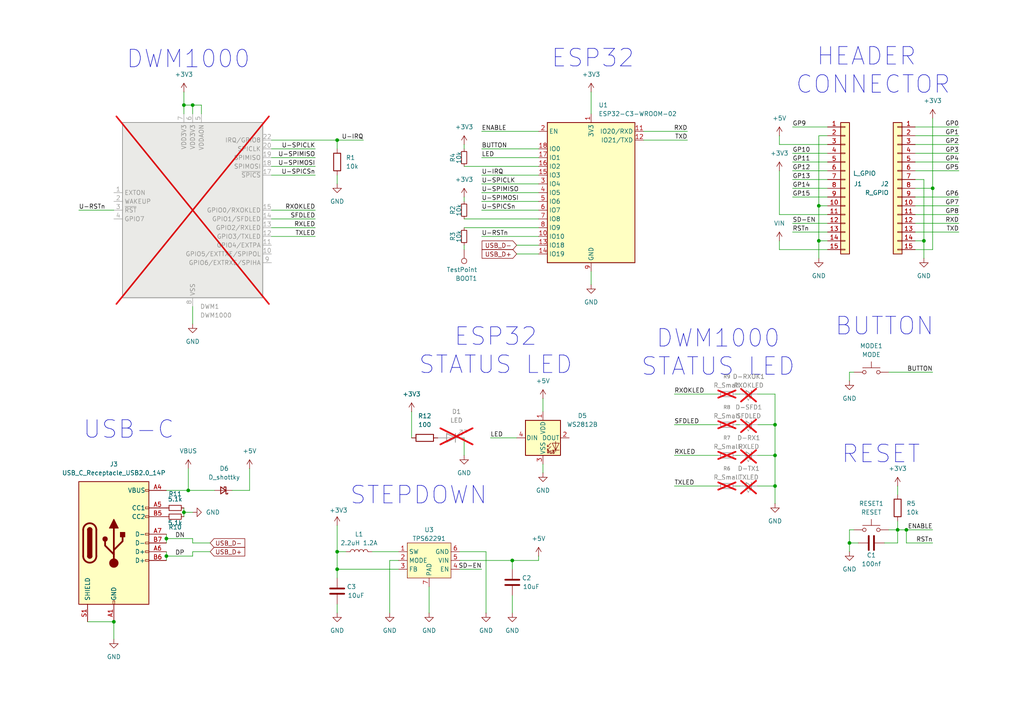
<source format=kicad_sch>
(kicad_sch (version 20250114) (generator "eeschema") (generator_version "9.0")
  (paper "A4")
  (lib_symbols
    (symbol "Connector:TestPoint" (pin_numbers (hide yes)) (pin_names (offset 0.762) (hide yes))
      (property "Reference" "TP" (at 0 6.858 0))
      (property "Value" "TestPoint" (at 0 5.08 0))
      (symbol "TestPoint_0_1"
        (circle (center 0 3.302) (radius 0.762))
      )
      (symbol "TestPoint_1_1"
        (pin passive line (at 0 0 90) (length 2.54) (name "1") (number "1"))
      )
    )
    (symbol "Connector:USB_C_Receptacle_USB2.0_14P" (pin_names (offset 1.016))
      (property "Reference" "J" (at 0 22.225 0))
      (property "Value" "USB_C_Receptacle_USB2.0_14P" (at 0 19.685 0))
      (symbol "USB_C_Receptacle_USB2.0_14P_0_0"
        (rectangle (start -0.254 -17.78) (end 0.254 -16.764))
        (rectangle (start 10.16 15.494) (end 9.144 14.986))
        (rectangle (start 10.16 10.414) (end 9.144 9.906))
        (rectangle (start 10.16 7.874) (end 9.144 7.366))
        (rectangle (start 10.16 2.794) (end 9.144 2.286))
        (rectangle (start 10.16 0.254) (end 9.144 -0.254))
        (rectangle (start 10.16 -2.286) (end 9.144 -2.794))
        (rectangle (start 10.16 -4.826) (end 9.144 -5.334))
      )
      (symbol "USB_C_Receptacle_USB2.0_14P_0_1"
        (rectangle (start -10.16 17.78) (end 10.16 -17.78) (stroke (width 0.254)) (fill (type background)))
        (polyline (pts (xy -8.89 -3.81) (xy -8.89 3.81)) (stroke (width 0.508)))
        (rectangle (start -7.62 -3.81) (end -6.35 3.81) (stroke (width 0.254)) (fill (type outline)))
        (arc (start -7.62 3.81) (mid -6.985 4.4423) (end -6.35 3.81) (stroke (width 0.254)))
        (arc (start -7.62 3.81) (mid -6.985 4.4423) (end -6.35 3.81) (stroke (width 0.254)) (fill (type outline)))
        (arc (start -8.89 3.81) (mid -6.985 5.7067) (end -5.08 3.81) (stroke (width 0.508)))
        (arc (start -5.08 -3.81) (mid -6.985 -5.7067) (end -8.89 -3.81) (stroke (width 0.508)))
        (arc (start -6.35 -3.81) (mid -6.985 -4.4423) (end -7.62 -3.81) (stroke (width 0.254)))
        (arc (start -6.35 -3.81) (mid -6.985 -4.4423) (end -7.62 -3.81) (stroke (width 0.254)) (fill (type outline)))
        (polyline (pts (xy -5.08 3.81) (xy -5.08 -3.81)) (stroke (width 0.508)))
        (circle (center -2.54 1.143) (radius 0.635) (stroke (width 0.254)) (fill (type outline)))
        (polyline (pts (xy -1.27 4.318) (xy 0 6.858) (xy 1.27 4.318) (xy -1.27 4.318)) (stroke (width 0.254)) (fill (type outline)))
        (polyline (pts (xy 0 -2.032) (xy 2.54 0.508) (xy 2.54 1.778)) (stroke (width 0.508)))
        (polyline (pts (xy 0 -3.302) (xy -2.54 -0.762) (xy -2.54 0.508)) (stroke (width 0.508)))
        (polyline (pts (xy 0 -5.842) (xy 0 4.318)) (stroke (width 0.508)))
        (circle (center 0 -5.842) (radius 1.27) (fill (type outline)))
        (rectangle (start 1.905 1.778) (end 3.175 3.048) (stroke (width 0.254)) (fill (type outline)))
      )
      (symbol "USB_C_Receptacle_USB2.0_14P_1_1"
        (pin passive line (at -7.62 -22.86 90) (length 5.08) (name "SHIELD") (number "S1"))
        (pin passive line (at 0 -22.86 90) (length 5.08) (name "GND") (number "A1"))
        (pin passive line (at 0 -22.86 90) (length 5.08) (hide yes) (name "GND") (number "A12"))
        (pin passive line (at 0 -22.86 90) (length 5.08) (hide yes) (name "GND") (number "B1"))
        (pin passive line (at 0 -22.86 90) (length 5.08) (hide yes) (name "GND") (number "B12"))
        (pin passive line (at 15.24 15.24 180) (length 5.08) (name "VBUS") (number "A4"))
        (pin passive line (at 15.24 15.24 180) (length 5.08) (hide yes) (name "VBUS") (number "A9"))
        (pin passive line (at 15.24 15.24 180) (length 5.08) (hide yes) (name "VBUS") (number "B4"))
        (pin passive line (at 15.24 15.24 180) (length 5.08) (hide yes) (name "VBUS") (number "B9"))
        (pin bidirectional line (at 15.24 10.16 180) (length 5.08) (name "CC1") (number "A5"))
        (pin bidirectional line (at 15.24 7.62 180) (length 5.08) (name "CC2") (number "B5"))
        (pin bidirectional line (at 15.24 2.54 180) (length 5.08) (name "D-") (number "A7"))
        (pin bidirectional line (at 15.24 0 180) (length 5.08) (name "D-") (number "B7"))
        (pin bidirectional line (at 15.24 -2.54 180) (length 5.08) (name "D+") (number "A6"))
        (pin bidirectional line (at 15.24 -5.08 180) (length 5.08) (name "D+") (number "B6"))
      )
    )
    (symbol "Connector_Generic:Conn_01x15" (pin_names (offset 1.016) (hide yes))
      (property "Reference" "J" (at 0 20.32 0))
      (property "Value" "Conn_01x15" (at 0 -20.32 0))
      (symbol "Conn_01x15_1_1"
        (rectangle (start -1.27 19.05) (end 1.27 -19.05) (stroke (width 0.254)) (fill (type background)))
        (rectangle (start -1.27 17.907) (end 0 17.653) (stroke (width 0.1524)))
        (rectangle (start -1.27 15.367) (end 0 15.113) (stroke (width 0.1524)))
        (rectangle (start -1.27 12.827) (end 0 12.573) (stroke (width 0.1524)))
        (rectangle (start -1.27 10.287) (end 0 10.033) (stroke (width 0.1524)))
        (rectangle (start -1.27 7.747) (end 0 7.493) (stroke (width 0.1524)))
        (rectangle (start -1.27 5.207) (end 0 4.953) (stroke (width 0.1524)))
        (rectangle (start -1.27 2.667) (end 0 2.413) (stroke (width 0.1524)))
        (rectangle (start -1.27 0.127) (end 0 -0.127) (stroke (width 0.1524)))
        (rectangle (start -1.27 -2.413) (end 0 -2.667) (stroke (width 0.1524)))
        (rectangle (start -1.27 -4.953) (end 0 -5.207) (stroke (width 0.1524)))
        (rectangle (start -1.27 -7.493) (end 0 -7.747) (stroke (width 0.1524)))
        (rectangle (start -1.27 -10.033) (end 0 -10.287) (stroke (width 0.1524)))
        (rectangle (start -1.27 -12.573) (end 0 -12.827) (stroke (width 0.1524)))
        (rectangle (start -1.27 -15.113) (end 0 -15.367) (stroke (width 0.1524)))
        (rectangle (start -1.27 -17.653) (end 0 -17.907) (stroke (width 0.1524)))
        (pin passive line (at -5.08 17.78 0) (length 3.81) (name "Pin_1") (number "1"))
        (pin passive line (at -5.08 15.24 0) (length 3.81) (name "Pin_2") (number "2"))
        (pin passive line (at -5.08 12.7 0) (length 3.81) (name "Pin_3") (number "3"))
        (pin passive line (at -5.08 10.16 0) (length 3.81) (name "Pin_4") (number "4"))
        (pin passive line (at -5.08 7.62 0) (length 3.81) (name "Pin_5") (number "5"))
        (pin passive line (at -5.08 5.08 0) (length 3.81) (name "Pin_6") (number "6"))
        (pin passive line (at -5.08 2.54 0) (length 3.81) (name "Pin_7") (number "7"))
        (pin passive line (at -5.08 0 0) (length 3.81) (name "Pin_8") (number "8"))
        (pin passive line (at -5.08 -2.54 0) (length 3.81) (name "Pin_9") (number "9"))
        (pin passive line (at -5.08 -5.08 0) (length 3.81) (name "Pin_10") (number "10"))
        (pin passive line (at -5.08 -7.62 0) (length 3.81) (name "Pin_11") (number "11"))
        (pin passive line (at -5.08 -10.16 0) (length 3.81) (name "Pin_12") (number "12"))
        (pin passive line (at -5.08 -12.7 0) (length 3.81) (name "Pin_13") (number "13"))
        (pin passive line (at -5.08 -15.24 0) (length 3.81) (name "Pin_14") (number "14"))
        (pin passive line (at -5.08 -17.78 0) (length 3.81) (name "Pin_15") (number "15"))
      )
    )
    (symbol "Device:C" (pin_numbers (hide yes)) (pin_names (offset 0.254))
      (property "Reference" "C" (at 0.635 2.54 0))
      (property "Value" "C" (at 0.635 -2.54 0))
      (symbol "C_0_1"
        (polyline (pts (xy -2.032 0.762) (xy 2.032 0.762)) (stroke (width 0.508)))
        (polyline (pts (xy -2.032 -0.762) (xy 2.032 -0.762)) (stroke (width 0.508)))
      )
      (symbol "C_1_1"
        (pin passive line (at 0 3.81 270) (length 2.794) (name "~") (number "1"))
        (pin passive line (at 0 -3.81 90) (length 2.794) (name "~") (number "2"))
      )
    )
    (symbol "Device:D_Schottky_Small" (pin_numbers (hide yes)) (pin_names (offset 0.254) (hide yes))
      (property "Reference" "D" (at -1.27 2.032 0))
      (property "Value" "D_Schottky_Small" (at -7.112 -2.032 0))
      (symbol "D_Schottky_Small_0_1"
        (polyline (pts (xy -1.27 0.762) (xy -1.27 1.016) (xy -0.762 1.016) (xy -0.762 -1.016) (xy -0.254 -1.016) (xy -0.254 -0.762)) (stroke (width 0.254)))
        (polyline (pts (xy -0.762 0) (xy 0.762 0)))
        (polyline (pts (xy 0.762 -1.016) (xy -0.762 0) (xy 0.762 1.016) (xy 0.762 -1.016)) (stroke (width 0.254)))
      )
      (symbol "D_Schottky_Small_1_1"
        (pin passive line (at -2.54 0 0) (length 1.778) (name "K") (number "1"))
        (pin passive line (at 2.54 0 180) (length 1.778) (name "A") (number "2"))
      )
    )
    (symbol "Device:L" (pin_numbers (hide yes)) (pin_names (offset 1.016) (hide yes))
      (property "Reference" "L" (at -1.27 0 90))
      (property "Value" "L" (at 1.905 0 90))
      (symbol "L_0_1"
        (arc (start 0 2.54) (mid 0.6323 1.905) (end 0 1.27))
        (arc (start 0 1.27) (mid 0.6323 0.635) (end 0 0))
        (arc (start 0 0) (mid 0.6323 -0.635) (end 0 -1.27))
        (arc (start 0 -1.27) (mid 0.6323 -1.905) (end 0 -2.54))
      )
      (symbol "L_1_1"
        (pin passive line (at 0 3.81 270) (length 1.27) (name "1") (number "1"))
        (pin passive line (at 0 -3.81 90) (length 1.27) (name "2") (number "2"))
      )
    )
    (symbol "Device:LED" (pin_numbers (hide yes)) (pin_names (offset 1.016) (hide yes))
      (property "Reference" "D" (at 0 2.54 0))
      (property "Value" "LED" (at 0 -2.54 0))
      (symbol "LED_0_1"
        (polyline (pts (xy -3.048 -0.762) (xy -4.572 -2.286) (xy -3.81 -2.286) (xy -4.572 -2.286) (xy -4.572 -1.524)))
        (polyline (pts (xy -1.778 -0.762) (xy -3.302 -2.286) (xy -2.54 -2.286) (xy -3.302 -2.286) (xy -3.302 -1.524)))
        (polyline (pts (xy -1.27 0) (xy 1.27 0)))
        (polyline (pts (xy -1.27 -1.27) (xy -1.27 1.27)) (stroke (width 0.254)))
        (polyline (pts (xy 1.27 -1.27) (xy 1.27 1.27) (xy -1.27 0) (xy 1.27 -1.27)) (stroke (width 0.254)))
      )
      (symbol "LED_1_1"
        (pin passive line (at -3.81 0 0) (length 2.54) (name "K") (number "1"))
        (pin passive line (at 3.81 0 180) (length 2.54) (name "A") (number "2"))
      )
    )
    (symbol "Device:LED_Small" (pin_numbers (hide yes)) (pin_names (offset 0.254) (hide yes))
      (property "Reference" "D" (at -1.27 3.175 0))
      (property "Value" "LED_Small" (at -4.445 -2.54 0))
      (symbol "LED_Small_0_1"
        (polyline (pts (xy -0.762 -1.016) (xy -0.762 1.016)) (stroke (width 0.254)))
        (polyline (pts (xy 0 0.762) (xy -0.508 1.27) (xy -0.254 1.27) (xy -0.508 1.27) (xy -0.508 1.016)))
        (polyline (pts (xy 0.508 1.27) (xy 0 1.778) (xy 0.254 1.778) (xy 0 1.778) (xy 0 1.524)))
        (polyline (pts (xy 0.762 -1.016) (xy -0.762 0) (xy 0.762 1.016) (xy 0.762 -1.016)) (stroke (width 0.254)))
        (polyline (pts (xy 1.016 0) (xy -0.762 0)))
      )
      (symbol "LED_Small_1_1"
        (pin passive line (at -2.54 0 0) (length 1.778) (name "K") (number "1"))
        (pin passive line (at 2.54 0 180) (length 1.778) (name "A") (number "2"))
      )
    )
    (symbol "Device:R" (pin_numbers (hide yes)) (pin_names (offset 0))
      (property "Reference" "R" (at 2.032 0 90))
      (property "Value" "R" (at 0 0 90))
      (symbol "R_0_1"
        (rectangle (start -1.016 -2.54) (end 1.016 2.54) (stroke (width 0.254)))
      )
      (symbol "R_1_1"
        (pin passive line (at 0 3.81 270) (length 1.27) (name "~") (number "1"))
        (pin passive line (at 0 -3.81 90) (length 1.27) (name "~") (number "2"))
      )
    )
    (symbol "Device:R_Small" (pin_numbers (hide yes)) (pin_names (offset 0.254) (hide yes))
      (property "Reference" "R" (at 0.762 0.508 0))
      (property "Value" "R_Small" (at 0.762 -1.016 0))
      (symbol "R_Small_0_1"
        (rectangle (start -0.762 1.778) (end 0.762 -1.778) (stroke (width 0.2032)))
      )
      (symbol "R_Small_1_1"
        (pin passive line (at 0 2.54 270) (length 0.762) (name "~") (number "1"))
        (pin passive line (at 0 -2.54 90) (length 0.762) (name "~") (number "2"))
      )
    )
    (symbol "LED:WS2812B" (pin_names (offset 0.254))
      (property "Reference" "D" (at 5.08 5.715 0))
      (property "Value" "WS2812B" (at 1.27 -5.715 0))
      (symbol "WS2812B_0_0"
        (text "RGB" (at 2.286 -4.191 0) (effects (font (size 0.762 0.762))))
      )
      (symbol "WS2812B_0_1"
        (polyline (pts (xy 1.27 -2.54) (xy 1.778 -2.54)))
        (polyline (pts (xy 1.27 -3.556) (xy 1.778 -3.556)))
        (polyline (pts (xy 2.286 -1.524) (xy 1.27 -2.54) (xy 1.27 -2.032)))
        (polyline (pts (xy 2.286 -2.54) (xy 1.27 -3.556) (xy 1.27 -3.048)))
        (polyline (pts (xy 3.683 -1.016) (xy 3.683 -3.556) (xy 3.683 -4.064)))
        (polyline (pts (xy 4.699 -1.524) (xy 2.667 -1.524) (xy 3.683 -3.556) (xy 4.699 -1.524)))
        (polyline (pts (xy 4.699 -3.556) (xy 2.667 -3.556)))
        (rectangle (start 5.08 5.08) (end -5.08 -5.08) (stroke (width 0.254)) (fill (type background)))
      )
      (symbol "WS2812B_1_1"
        (pin input line (at -7.62 0 0) (length 2.54) (name "DIN") (number "4"))
        (pin power_in line (at 0 7.62 270) (length 2.54) (name "VDD") (number "1"))
        (pin power_in line (at 0 -7.62 90) (length 2.54) (name "VSS") (number "3"))
        (pin output line (at 7.62 0 180) (length 2.54) (name "DOUT") (number "2"))
      )
    )
    (symbol "RF_Module:DWM1000"
      (property "Reference" "DWM" (at -17.78 26.67 0))
      (property "Value" "DWM1000" (at 15.875 26.67 0))
      (symbol "DWM1000_0_1"
        (rectangle (start -20.32 25.4) (end 20.32 -25.4) (stroke (width 0.254)) (fill (type background)))
      )
      (symbol "DWM1000_1_1"
        (pin output line (at -22.86 5.08 0) (length 2.54) (name "EXTON") (number "1"))
        (pin bidirectional line (at -22.86 2.54 0) (length 2.54) (name "WAKEUP") (number "2"))
        (pin bidirectional line (at -22.86 0 0) (length 2.54) (name "~{RST}") (number "3"))
        (pin bidirectional line (at -22.86 -2.54 0) (length 2.54) (name "GPIO7") (number "4"))
        (pin power_in line (at -2.54 27.94 270) (length 2.54) (name "VDD3V3") (number "7"))
        (pin power_in line (at 0 27.94 270) (length 2.54) (name "VDD3V3") (number "6"))
        (pin passive line (at 0 -27.94 90) (length 2.54) (hide yes) (name "VSS") (number "16"))
        (pin passive line (at 0 -27.94 90) (length 2.54) (hide yes) (name "VSS") (number "21"))
        (pin passive line (at 0 -27.94 90) (length 2.54) (hide yes) (name "VSS") (number "23"))
        (pin passive line (at 0 -27.94 90) (length 2.54) (hide yes) (name "VSS") (number "24"))
        (pin power_in line (at 0 -27.94 90) (length 2.54) (name "VSS") (number "8"))
        (pin power_in line (at 2.54 27.94 270) (length 2.54) (name "VDDAON") (number "5"))
        (pin bidirectional line (at 22.86 20.32 180) (length 2.54) (name "IRQ/GPIO8") (number "22"))
        (pin input line (at 22.86 17.78 180) (length 2.54) (name "SPICLK") (number "20"))
        (pin output line (at 22.86 15.24 180) (length 2.54) (name "SPIMISO") (number "19"))
        (pin input line (at 22.86 12.7 180) (length 2.54) (name "SPIMOSI") (number "18"))
        (pin input line (at 22.86 10.16 180) (length 2.54) (name "~{SPICS}") (number "17"))
        (pin bidirectional line (at 22.86 0 180) (length 2.54) (name "GPIO0/RXOKLED") (number "15"))
        (pin bidirectional line (at 22.86 -2.54 180) (length 2.54) (name "GPIO1/SFDLED") (number "14"))
        (pin bidirectional line (at 22.86 -5.08 180) (length 2.54) (name "GPIO2/RXLED") (number "13"))
        (pin bidirectional line (at 22.86 -7.62 180) (length 2.54) (name "GPIO3/TXLED") (number "12"))
        (pin bidirectional line (at 22.86 -10.16 180) (length 2.54) (name "GPIO4/EXTPA") (number "11"))
        (pin bidirectional line (at 22.86 -12.7 180) (length 2.54) (name "GPIO5/EXTTXE/SPIPOL") (number "10"))
        (pin bidirectional line (at 22.86 -15.24 180) (length 2.54) (name "GPIO6/EXTRXE/SPIHA") (number "9"))
      )
    )
    (symbol "RF_Module:ESP32-C3-WROOM-02"
      (property "Reference" "U" (at -12.192 21.336 0))
      (property "Value" "ESP32-C3-WROOM-02" (at 12.192 21.336 0))
      (symbol "ESP32-C3-WROOM-02_1_1"
        (rectangle (start -12.7 20.32) (end 12.7 -20.32) (stroke (width 0.254)) (fill (type background)))
        (pin input line (at -15.24 17.78 0) (length 2.54) (name "EN") (number "2"))
        (pin bidirectional line (at -15.24 12.7 0) (length 2.54) (name "IO0") (number "18"))
        (pin bidirectional line (at -15.24 10.16 0) (length 2.54) (name "IO1") (number "17"))
        (pin bidirectional line (at -15.24 7.62 0) (length 2.54) (name "IO2") (number "16"))
        (pin bidirectional line (at -15.24 5.08 0) (length 2.54) (name "IO3") (number "15"))
        (pin bidirectional line (at -15.24 2.54 0) (length 2.54) (name "IO4") (number "3"))
        (pin bidirectional line (at -15.24 0 0) (length 2.54) (name "IO5") (number "4"))
        (pin bidirectional line (at -15.24 -2.54 0) (length 2.54) (name "IO6") (number "5"))
        (pin bidirectional line (at -15.24 -5.08 0) (length 2.54) (name "IO7") (number "6"))
        (pin bidirectional line (at -15.24 -7.62 0) (length 2.54) (name "IO8") (number "7"))
        (pin bidirectional line (at -15.24 -10.16 0) (length 2.54) (name "IO9") (number "8"))
        (pin bidirectional line (at -15.24 -12.7 0) (length 2.54) (name "IO10") (number "10"))
        (pin bidirectional line (at -15.24 -15.24 0) (length 2.54) (name "IO18") (number "13"))
        (pin bidirectional line (at -15.24 -17.78 0) (length 2.54) (name "IO19") (number "14"))
        (pin power_in line (at 0 22.86 270) (length 2.54) (name "3V3") (number "1"))
        (pin passive line (at 0 -22.86 90) (length 2.54) (hide yes) (name "GND") (number "19"))
        (pin power_in line (at 0 -22.86 90) (length 2.54) (name "GND") (number "9"))
        (pin bidirectional line (at 15.24 17.78 180) (length 2.54) (name "IO20/RXD") (number "11"))
        (pin bidirectional line (at 15.24 15.24 180) (length 2.54) (name "IO21/TXD") (number "12"))
      )
    )
    (symbol "R_Small_1" (pin_numbers (hide yes)) (pin_names (offset 0.254) (hide yes))
      (property "Reference" "R" (at 0 0 90))
      (property "Value" "R_Small" (at 1.778 0 90))
      (symbol "R_Small_1_0_1"
        (rectangle (start -0.762 1.778) (end 0.762 -1.778) (stroke (width 0.2032)))
      )
      (symbol "R_Small_1_1_1"
        (pin passive line (at 0 2.54 270) (length 0.762) (name "~") (number "1"))
        (pin passive line (at 0 -2.54 90) (length 0.762) (name "~") (number "2"))
      )
    )
    (symbol "Sisyphus:TPS62293"
      (property "Reference" "U" (at 0 2.032 0))
      (property "Value" "TPS62293" (at 0 0 0))
      (symbol "TPS62293_1_1"
        (rectangle (start -6.35 5.08) (end 6.35 -5.08) (fill (type background)))
        (pin power_out line (at -8.89 2.54 0) (length 2.54) (name "SW") (number "1"))
        (pin input line (at -8.89 0 0) (length 2.54) (name "MODE") (number "2"))
        (pin input line (at -8.89 -2.54 0) (length 2.54) (name "FB") (number "3"))
        (pin passive line (at 0 -7.62 90) (length 2.54) (name "PAD") (number "7"))
        (pin power_in line (at 8.89 2.54 180) (length 2.54) (name "GND") (number "6"))
        (pin power_in line (at 8.89 0 180) (length 2.54) (name "VIN") (number "5"))
        (pin input line (at 8.89 -2.54 180) (length 2.54) (name "EN") (number "4"))
      )
    )
    (symbol "Switch:SW_Push" (pin_numbers (hide yes)) (pin_names (offset 1.016) (hide yes))
      (property "Reference" "SW" (at 1.27 2.54 0))
      (property "Value" "SW_Push" (at 0 -1.524 0))
      (symbol "SW_Push_0_1"
        (circle (center -2.032 0) (radius 0.508))
        (polyline (pts (xy 0 1.27) (xy 0 3.048)))
        (circle (center 2.032 0) (radius 0.508))
        (polyline (pts (xy 2.54 1.27) (xy -2.54 1.27)))
        (pin passive line (at -5.08 0 0) (length 2.54) (name "1") (number "1"))
        (pin passive line (at 5.08 0 180) (length 2.54) (name "2") (number "2"))
      )
    )
    (symbol "power:+3V3" (power) (pin_numbers (hide yes)) (pin_names (offset 0) (hide yes))
      (property "Value" "+3V3" (at 0 3.556 0))
      (symbol "+3V3_0_1"
        (polyline (pts (xy -0.762 1.27) (xy 0 2.54)))
        (polyline (pts (xy 0 2.54) (xy 0.762 1.27)))
        (polyline (pts (xy 0 0) (xy 0 2.54)))
      )
      (symbol "+3V3_1_1"
        (pin power_in line (at 0 0 90) (length 0) (name "~") (number "1"))
      )
    )
    (symbol "power:+5V" (power) (pin_numbers (hide yes)) (pin_names (offset 0) (hide yes))
      (property "Value" "+5V" (at 0 3.556 0))
      (symbol "+5V_0_1"
        (polyline (pts (xy -0.762 1.27) (xy 0 2.54)))
        (polyline (pts (xy 0 2.54) (xy 0.762 1.27)))
        (polyline (pts (xy 0 0) (xy 0 2.54)))
      )
      (symbol "+5V_1_1"
        (pin power_in line (at 0 0 90) (length 0) (name "~") (number "1"))
      )
    )
    (symbol "power:GND" (power) (pin_numbers (hide yes)) (pin_names (offset 0) (hide yes))
      (property "Value" "GND" (at 0 -3.81 0))
      (symbol "GND_0_1"
        (polyline (pts (xy 0 0) (xy 0 -1.27) (xy 1.27 -1.27) (xy 0 -2.54) (xy -1.27 -1.27) (xy 0 -1.27)))
      )
      (symbol "GND_1_1"
        (pin power_in line (at 0 0 270) (length 0) (name "~") (number "1"))
      )
    )
    (symbol "power:VBUS" (power) (pin_numbers (hide yes)) (pin_names (offset 0) (hide yes))
      (property "Value" "VBUS" (at 0 3.556 0))
      (symbol "VBUS_0_1"
        (polyline (pts (xy -0.762 1.27) (xy 0 2.54)))
        (polyline (pts (xy 0 2.54) (xy 0.762 1.27)))
        (polyline (pts (xy 0 0) (xy 0 2.54)))
      )
      (symbol "VBUS_1_1"
        (pin power_in line (at 0 0 90) (length 0) (name "~") (number "1"))
      )
    )
    (symbol "power:VCC" (power) (pin_numbers (hide yes)) (pin_names (offset 0) (hide yes))
      (property "Value" "VCC" (at 0 3.556 0))
      (symbol "VCC_0_1"
        (polyline (pts (xy -0.762 1.27) (xy 0 2.54)))
        (polyline (pts (xy 0 2.54) (xy 0.762 1.27)))
        (polyline (pts (xy 0 0) (xy 0 2.54)))
      )
      (symbol "VCC_1_1"
        (pin power_in line (at 0 0 90) (length 0) (name "~") (number "1"))
      )
    )
  )
  (text "ESP32" (at 171.958 17.018 0) (effects (font (size 5.08 5.08))))
  (text "STEPDOWN" (at 121.412 143.764 0) (effects (font (size 5.08 5.08))))
  (text "HEADER \nCONNECTOR" (at 253.238 20.574 0) (effects (font (size 5.08 5.08))))
  (text "USB-C" (at 37.338 124.714 0) (effects (font (size 5.08 5.08))))
  (text "ESP32\nSTATUS LED" (at 143.764 101.854 0) (effects (font (size 5.08 5.08))))
  (text "DWM1000" (at 54.61 17.272 0) (effects (font (size 5.08 5.08))))
  (text "DWM1000\nSTATUS LED" (at 208.28 102.362 0) (effects (font (size 5.08 5.08))))
  (text "BUTTON" (at 256.54 94.742 0) (effects (font (size 5.08 5.08))))
  (text "RESET" (at 255.524 131.826 0) (effects (font (size 5.08 5.08))))
  (junction (at 97.79 40.64))
  (junction (at 237.49 69.85))
  (junction (at 267.97 69.85))
  (junction (at 53.34 148.59))
  (junction (at 55.88 30.48))
  (junction (at 53.34 30.48))
  (junction (at 48.26 161.29))
  (junction (at 270.51 54.61))
  (junction (at 148.59 162.56))
  (junction (at 262.89 153.67))
  (junction (at 246.38 157.48))
  (junction (at 237.49 59.69))
  (junction (at 224.79 123.19))
  (junction (at 54.61 142.24))
  (junction (at 224.79 140.97))
  (junction (at 224.79 132.08))
  (junction (at 260.35 153.67))
  (junction (at 48.26 156.21))
  (junction (at 33.02 180.34))
  (junction (at 97.79 165.1))
  (junction (at 97.79 160.02))
  (wire (pts (xy 224.79 140.97) (xy 224.79 146.05)))
  (wire (pts (xy 240.03 72.39) (xy 226.06 72.39)))
  (wire (pts (xy 226.06 62.23) (xy 226.06 49.53)))
  (wire (pts (xy 78.74 60.96) (xy 91.44 60.96)))
  (wire (pts (xy 55.88 156.21) (xy 55.88 157.48)))
  (wire (pts (xy 124.46 170.18) (xy 124.46 177.8)))
  (wire (pts (xy 97.79 177.8) (xy 97.79 175.26)))
  (wire (pts (xy 219.71 123.19) (xy 224.79 123.19)))
  (wire (pts (xy 265.43 44.45) (xy 278.13 44.45)))
  (wire (pts (xy 48.26 142.24) (xy 54.61 142.24)))
  (wire (pts (xy 247.65 153.67) (xy 246.38 153.67)))
  (wire (pts (xy 142.24 127) (xy 149.86 127)))
  (wire (pts (xy 267.97 69.85) (xy 265.43 69.85)))
  (wire (pts (xy 139.7 45.72) (xy 156.21 45.72)))
  (wire (pts (xy 97.79 160.02) (xy 100.33 160.02)))
  (wire (pts (xy 58.42 33.02) (xy 58.42 30.48)))
  (wire (pts (xy 171.45 26.67) (xy 171.45 33.02)))
  (wire (pts (xy 53.34 30.48) (xy 53.34 33.02)))
  (wire (pts (xy 22.86 60.96) (xy 33.02 60.96)))
  (wire (pts (xy 229.87 54.61) (xy 240.03 54.61)))
  (wire (pts (xy 213.36 114.3) (xy 214.63 114.3)))
  (wire (pts (xy 139.7 53.34) (xy 156.21 53.34)))
  (wire (pts (xy 134.62 63.5) (xy 156.21 63.5)))
  (wire (pts (xy 53.34 26.67) (xy 53.34 30.48)))
  (wire (pts (xy 134.62 48.26) (xy 156.21 48.26)))
  (wire (pts (xy 156.21 161.29) (xy 156.21 162.56)))
  (wire (pts (xy 97.79 40.64) (xy 105.41 40.64)))
  (wire (pts (xy 72.39 135.89) (xy 72.39 142.24)))
  (wire (pts (xy 107.95 160.02) (xy 115.57 160.02)))
  (wire (pts (xy 139.7 38.1) (xy 156.21 38.1)))
  (wire (pts (xy 134.62 127) (xy 134.62 132.08)))
  (wire (pts (xy 224.79 114.3) (xy 224.79 123.19)))
  (wire (pts (xy 246.38 153.67) (xy 246.38 157.48)))
  (wire (pts (xy 171.45 78.74) (xy 171.45 82.55)))
  (wire (pts (xy 257.81 107.95) (xy 270.51 107.95)))
  (wire (pts (xy 247.65 107.95) (xy 246.38 107.95)))
  (wire (pts (xy 262.89 157.48) (xy 262.89 153.67)))
  (wire (pts (xy 55.88 156.21) (xy 48.26 156.21)))
  (wire (pts (xy 240.03 62.23) (xy 226.06 62.23)))
  (wire (pts (xy 262.89 153.67) (xy 270.51 153.67)))
  (wire (pts (xy 78.74 66.04) (xy 91.44 66.04)))
  (wire (pts (xy 78.74 63.5) (xy 91.44 63.5)))
  (wire (pts (xy 54.61 135.89) (xy 54.61 142.24)))
  (wire (pts (xy 140.97 160.02) (xy 133.35 160.02)))
  (wire (pts (xy 97.79 165.1) (xy 115.57 165.1)))
  (wire (pts (xy 237.49 59.69) (xy 237.49 69.85)))
  (wire (pts (xy 149.86 71.12) (xy 156.21 71.12)))
  (wire (pts (xy 240.03 59.69) (xy 237.49 59.69)))
  (wire (pts (xy 265.43 72.39) (xy 270.51 72.39)))
  (wire (pts (xy 139.7 68.58) (xy 156.21 68.58)))
  (wire (pts (xy 148.59 165.1) (xy 148.59 162.56)))
  (wire (pts (xy 53.34 147.32) (xy 53.34 148.59)))
  (wire (pts (xy 265.43 49.53) (xy 278.13 49.53)))
  (wire (pts (xy 229.87 49.53) (xy 240.03 49.53)))
  (wire (pts (xy 139.7 55.88) (xy 156.21 55.88)))
  (wire (pts (xy 156.21 162.56) (xy 148.59 162.56)))
  (wire (pts (xy 213.36 132.08) (xy 214.63 132.08)))
  (wire (pts (xy 246.38 107.95) (xy 246.38 110.49)))
  (wire (pts (xy 265.43 52.07) (xy 267.97 52.07)))
  (wire (pts (xy 134.62 66.04) (xy 156.21 66.04)))
  (wire (pts (xy 55.88 160.02) (xy 60.96 160.02)))
  (wire (pts (xy 78.74 43.18) (xy 91.44 43.18)))
  (wire (pts (xy 260.35 140.97) (xy 260.35 143.51)))
  (wire (pts (xy 256.54 157.48) (xy 260.35 157.48)))
  (wire (pts (xy 219.71 140.97) (xy 224.79 140.97)))
  (wire (pts (xy 97.79 152.4) (xy 97.79 160.02)))
  (wire (pts (xy 55.88 161.29) (xy 48.26 161.29)))
  (wire (pts (xy 139.7 50.8) (xy 156.21 50.8)))
  (wire (pts (xy 139.7 43.18) (xy 156.21 43.18)))
  (wire (pts (xy 157.48 134.62) (xy 157.48 137.16)))
  (wire (pts (xy 113.03 162.56) (xy 113.03 177.8)))
  (wire (pts (xy 149.86 73.66) (xy 156.21 73.66)))
  (wire (pts (xy 195.58 114.3) (xy 208.28 114.3)))
  (wire (pts (xy 270.51 157.48) (xy 262.89 157.48)))
  (wire (pts (xy 139.7 58.42) (xy 156.21 58.42)))
  (wire (pts (xy 119.38 119.38) (xy 119.38 127)))
  (wire (pts (xy 48.26 161.29) (xy 48.26 162.56)))
  (wire (pts (xy 260.35 151.13) (xy 260.35 153.67)))
  (wire (pts (xy 78.74 45.72) (xy 91.44 45.72)))
  (wire (pts (xy 195.58 123.19) (xy 208.28 123.19)))
  (wire (pts (xy 240.03 41.91) (xy 226.06 41.91)))
  (wire (pts (xy 140.97 177.8) (xy 140.97 160.02)))
  (wire (pts (xy 270.51 34.29) (xy 270.51 54.61)))
  (wire (pts (xy 97.79 50.8) (xy 97.79 53.34)))
  (wire (pts (xy 219.71 132.08) (xy 224.79 132.08)))
  (wire (pts (xy 33.02 180.34) (xy 33.02 185.42)))
  (wire (pts (xy 78.74 48.26) (xy 91.44 48.26)))
  (wire (pts (xy 78.74 40.64) (xy 97.79 40.64)))
  (wire (pts (xy 229.87 67.31) (xy 240.03 67.31)))
  (wire (pts (xy 139.7 60.96) (xy 156.21 60.96)))
  (wire (pts (xy 229.87 57.15) (xy 240.03 57.15)))
  (wire (pts (xy 134.62 71.12) (xy 134.62 72.39)))
  (wire (pts (xy 133.35 165.1) (xy 139.7 165.1)))
  (wire (pts (xy 133.35 162.56) (xy 148.59 162.56)))
  (wire (pts (xy 55.88 161.29) (xy 55.88 160.02)))
  (wire (pts (xy 265.43 41.91) (xy 278.13 41.91)))
  (wire (pts (xy 97.79 165.1) (xy 97.79 160.02)))
  (wire (pts (xy 58.42 30.48) (xy 55.88 30.48)))
  (wire (pts (xy 195.58 132.08) (xy 208.28 132.08)))
  (wire (pts (xy 265.43 46.99) (xy 278.13 46.99)))
  (wire (pts (xy 67.31 142.24) (xy 72.39 142.24)))
  (wire (pts (xy 246.38 157.48) (xy 246.38 160.02)))
  (wire (pts (xy 265.43 62.23) (xy 278.13 62.23)))
  (wire (pts (xy 186.69 38.1) (xy 199.39 38.1)))
  (wire (pts (xy 237.49 69.85) (xy 240.03 69.85)))
  (wire (pts (xy 48.26 160.02) (xy 48.26 161.29)))
  (wire (pts (xy 134.62 57.15) (xy 134.62 58.42)))
  (wire (pts (xy 246.38 157.48) (xy 248.92 157.48)))
  (wire (pts (xy 55.88 93.98) (xy 55.88 88.9)))
  (wire (pts (xy 78.74 68.58) (xy 91.44 68.58)))
  (wire (pts (xy 229.87 46.99) (xy 240.03 46.99)))
  (wire (pts (xy 97.79 40.64) (xy 97.79 43.18)))
  (wire (pts (xy 55.88 33.02) (xy 55.88 30.48)))
  (wire (pts (xy 224.79 123.19) (xy 224.79 132.08)))
  (wire (pts (xy 148.59 177.8) (xy 148.59 172.72)))
  (wire (pts (xy 237.49 59.69) (xy 237.49 39.37)))
  (wire (pts (xy 157.48 115.57) (xy 157.48 119.38)))
  (wire (pts (xy 48.26 154.94) (xy 48.26 156.21)))
  (wire (pts (xy 195.58 140.97) (xy 208.28 140.97)))
  (wire (pts (xy 54.61 142.24) (xy 62.23 142.24)))
  (wire (pts (xy 229.87 64.77) (xy 240.03 64.77)))
  (wire (pts (xy 265.43 64.77) (xy 278.13 64.77)))
  (wire (pts (xy 237.49 74.93) (xy 237.49 69.85)))
  (wire (pts (xy 260.35 157.48) (xy 260.35 153.67)))
  (wire (pts (xy 267.97 74.93) (xy 267.97 69.85)))
  (wire (pts (xy 267.97 52.07) (xy 267.97 69.85)))
  (wire (pts (xy 265.43 39.37) (xy 278.13 39.37)))
  (wire (pts (xy 224.79 132.08) (xy 224.79 140.97)))
  (wire (pts (xy 265.43 59.69) (xy 278.13 59.69)))
  (wire (pts (xy 265.43 67.31) (xy 278.13 67.31)))
  (wire (pts (xy 265.43 57.15) (xy 278.13 57.15)))
  (wire (pts (xy 97.79 167.64) (xy 97.79 165.1)))
  (wire (pts (xy 226.06 41.91) (xy 226.06 39.37)))
  (wire (pts (xy 213.36 123.19) (xy 214.63 123.19)))
  (wire (pts (xy 229.87 36.83) (xy 240.03 36.83)))
  (wire (pts (xy 229.87 44.45) (xy 240.03 44.45)))
  (wire (pts (xy 213.36 140.97) (xy 214.63 140.97)))
  (wire (pts (xy 115.57 162.56) (xy 113.03 162.56)))
  (wire (pts (xy 134.62 41.91) (xy 134.62 43.18)))
  (wire (pts (xy 226.06 72.39) (xy 226.06 69.85)))
  (wire (pts (xy 219.71 114.3) (xy 224.79 114.3)))
  (wire (pts (xy 270.51 54.61) (xy 265.43 54.61)))
  (wire (pts (xy 229.87 52.07) (xy 240.03 52.07)))
  (wire (pts (xy 257.81 153.67) (xy 260.35 153.67)))
  (wire (pts (xy 237.49 39.37) (xy 240.03 39.37)))
  (wire (pts (xy 270.51 72.39) (xy 270.51 54.61)))
  (wire (pts (xy 55.88 157.48) (xy 60.96 157.48)))
  (wire (pts (xy 265.43 36.83) (xy 278.13 36.83)))
  (wire (pts (xy 78.74 50.8) (xy 91.44 50.8)))
  (wire (pts (xy 25.4 180.34) (xy 33.02 180.34)))
  (wire (pts (xy 48.26 156.21) (xy 48.26 157.48)))
  (wire (pts (xy 53.34 148.59) (xy 55.88 148.59)))
  (wire (pts (xy 186.69 40.64) (xy 199.39 40.64)))
  (wire (pts (xy 55.88 30.48) (xy 53.34 30.48)))
  (wire (pts (xy 53.34 149.86) (xy 53.34 148.59)))
  (wire (pts (xy 260.35 153.67) (xy 262.89 153.67)))
  (label "GP9" (at 229.87 36.83 0))
  (label "GP3" (at 278.13 44.45 180))
  (label "U-SPICSn" (at 91.44 50.8 180))
  (label "RXLED" (at 195.58 132.08 0))
  (label "GP0" (at 278.13 36.83 180))
  (label "GP12" (at 229.87 49.53 0))
  (label "GP4" (at 278.13 46.99 180))
  (label "U-SPICLK" (at 91.44 43.18 180))
  (label "GP6" (at 278.13 57.15 180))
  (label "GP2" (at 278.13 41.91 180))
  (label "TXLED" (at 195.58 140.97 0))
  (label "U-IRQ" (at 105.41 40.64 180))
  (label "RXOKLED" (at 91.44 60.96 180))
  (label "GP8" (at 278.13 62.23 180))
  (label "RXD" (at 199.39 38.1 180))
  (label "GP14" (at 229.87 54.61 0))
  (label "TXD" (at 278.13 67.31 180))
  (label "GP13" (at 229.87 52.07 0))
  (label "BUTTON" (at 270.51 107.95 180))
  (label "U-SPIMISO" (at 91.44 45.72 180))
  (label "U-SPIMOSI" (at 139.7 58.42 0))
  (label "SFDLED" (at 195.58 123.19 0))
  (label "GP15" (at 229.87 57.15 0))
  (label "GP11" (at 229.87 46.99 0))
  (label "U-SPICSn" (at 139.7 60.96 0))
  (label "TXLED" (at 91.44 68.58 180))
  (label "U-SPICLK" (at 139.7 53.34 0))
  (label "SD-EN" (at 139.7 165.1 180))
  (label "RSTn" (at 229.87 67.31 0))
  (label "GP5" (at 278.13 49.53 180))
  (label "U-IRQ" (at 139.7 50.8 0))
  (label "LED" (at 142.24 127 0))
  (label "LED" (at 139.7 45.72 0))
  (label "U-RSTn" (at 22.86 60.96 0))
  (label "SFDLED" (at 91.44 63.5 180))
  (label "BUTTON" (at 139.7 43.18 0))
  (label "RXD" (at 278.13 64.77 180))
  (label "SD-EN" (at 229.87 64.77 0))
  (label "RXLED" (at 91.44 66.04 180))
  (label "DP" (at 50.8 161.29 0))
  (label "U-SPIMISO" (at 139.7 55.88 0))
  (label "GP7" (at 278.13 59.69 180))
  (label "DN" (at 50.8 156.21 0))
  (label "GP10" (at 229.87 44.45 0))
  (label "RXOKLED" (at 195.58 114.3 0))
  (label "U-RSTn" (at 139.7 68.58 0))
  (label "ENABLE" (at 270.51 153.67 180))
  (label "RSTn" (at 270.51 157.48 180))
  (label "U-SPIMOSI" (at 91.44 48.26 180))
  (label "ENABLE" (at 139.7 38.1 0))
  (label "TXD" (at 199.39 40.64 180))
  (label "GP1" (at 278.13 39.37 180))
  (global_label "USB_D+" (shape input) (at 149.86 73.66 180) (property "Intersheetrefs" "${INTERSHEET_REFS}" (effects (hide yes))))
  (global_label "USB_D+" (shape input) (at 60.96 160.02 0) (property "Intersheetrefs" "${INTERSHEET_REFS}" (effects (hide yes))))
  (global_label "USB_D-" (shape input) (at 149.86 71.12 180) (property "Intersheetrefs" "${INTERSHEET_REFS}" (effects (hide yes))))
  (global_label "USB_D-" (shape input) (at 60.96 157.48 0) (property "Intersheetrefs" "${INTERSHEET_REFS}" (effects (hide yes))))
  (symbol (lib_id "Connector_Generic:Conn_01x15") (at 245.11 54.61 0) (unit 1)
    (property "Reference" "J1" (at 247.65 53.3399 0) (effects (justify left)))
    (property "Value" "L_GPIO" (at 247.396 50.292 0) (effects (justify left)))
    (property "Footprint" "Connector_PinHeader_2.54mm:PinHeader_1x15_P2.54mm_Vertical" (effects (hide yes)))
    (property "Description" "Generic connector, single row, 01x15, script generated (kicad-library-utils/schlib/autogen/connector/)" (effects (hide yes)))
    (property "Shop link" "kus" (effects (hide yes)))
  )
  (symbol (lib_id "Device:C") (at 97.79 171.45 0) (unit 1)
    (property "Reference" "C3" (at 100.584 170.18 0) (effects (justify left)))
    (property "Value" "10uF" (at 100.838 172.72 0) (effects (justify left)))
    (property "Footprint" "Capacitor_SMD:C_0402_1005Metric" (effects (hide yes)))
    (property "Description" "Unpolarized capacitor" (effects (hide yes)))
    (property "LCSC Part" "C315248" (effects (hide yes)))
    (property "Shop link" "https://www.lcsc.com/product-detail/C315248.html?s_z=n_C%25200402%252010%2520uf" (effects (hide yes)))
  )
  (symbol (lib_id "power:GND") (at 267.97 74.93 0) (unit 1)
    (property "Reference" "#PWR04" (effects (hide yes)))
    (property "Value" "GND" (at 267.97 80.01 0))
    (property "Description" "Power symbol creates a global label with name \"GND\" , ground" (effects (hide yes)))
  )
  (symbol (lib_id "Device:LED_Small") (at 217.17 114.3 180) (unit 1) (dnp yes)
    (property "Reference" "D-RXOK1" (at 217.17 109.22 0))
    (property "Value" "RXOKLED" (at 217.17 111.76 0))
    (property "Footprint" "LED_SMD:LED_0402_1005Metric_Pad0.77x0.64mm_HandSolder" (effects (hide yes)))
    (property "Description" "Light emitting diode, small symbol" (effects (hide yes)))
    (property "Sim.Pin" "1=K 2=A" (effects (hide yes)))
  )
  (symbol (lib_id "Device:R_Small") (at 134.62 60.96 180) (unit 1)
    (property "Reference" "R2" (at 131.318 60.96 90))
    (property "Value" "10k" (at 133.096 60.96 90))
    (property "Footprint" "Resistor_SMD:R_0402_1005Metric" (effects (hide yes)))
    (property "Description" "Resistor, small symbol" (effects (hide yes)))
    (property "LCSC Part" "C2936656" (effects (hide yes)))
    (property "Shop link" "https://www.lcsc.com/product-detail/C2936656.html?s_z=n_R%252010K%25200402" (effects (hide yes)))
  )
  (symbol (lib_id "Device:D_Schottky_Small") (at 64.77 142.24 180) (unit 1)
    (property "Reference" "D6" (at 65.024 135.89 0))
    (property "Value" "D_shottky" (at 65.024 138.43 0))
    (property "Footprint" "Diode_SMD:D_SOD-123" (effects (hide yes)))
    (property "Description" "Schottky diode, small symbol" (effects (hide yes)))
    (property "LCSC Part" "C22374920" (effects (hide yes)))
    (property "Shop link" "https://www.lcsc.com/product-detail/C22374920.html?s_z=n_D_SOD-123%2520D_shottky" (effects (hide yes)))
  )
  (symbol (lib_id "power:+3V3") (at 260.35 140.97 0) (unit 1)
    (property "Reference" "#PWR019" (effects (hide yes)))
    (property "Value" "+3V3" (at 260.35 135.89 0))
    (property "Description" "Power symbol creates a global label with name \"+3V3\"" (effects (hide yes)))
  )
  (symbol (lib_id "Device:LED") (at 130.81 127 180) (unit 1) (dnp yes)
    (property "Reference" "D1" (at 132.3975 119.38 0))
    (property "Value" "LED" (at 132.3975 121.92 0))
    (property "Footprint" "LED_SMD:LED_0201_0603Metric_Pad0.64x0.40mm_HandSolder" (effects (hide yes)))
    (property "Description" "Light emitting diode" (effects (hide yes)))
    (property "Sim.Pins" "1=K 2=A" (effects (hide yes)))
  )
  (symbol (lib_id "power:VBUS") (at 54.61 135.89 0) (unit 1)
    (property "Reference" "#PWR043" (effects (hide yes)))
    (property "Value" "VBUS" (at 54.61 130.81 0))
    (property "Description" "Power symbol creates a global label with name \"VBUS\"" (effects (hide yes)))
  )
  (symbol (lib_id "power:+3V3") (at 134.62 41.91 0) (unit 1)
    (property "Reference" "#PWR014" (effects (hide yes)))
    (property "Value" "+3V3" (at 134.62 36.83 0))
    (property "Description" "Power symbol creates a global label with name \"+3V3\"" (effects (hide yes)))
  )
  (symbol (lib_id "Connector:TestPoint") (at 134.62 72.39 180) (unit 1)
    (property "Reference" "BOOT1" (at 138.43 80.772 0) (effects (justify left)))
    (property "Value" "TestPoint" (at 138.43 78.232 0) (effects (justify left)))
    (property "Footprint" "TestPoint:TestPoint_Pad_D1.5mm" (effects (hide yes)))
    (property "Description" "test point" (effects (hide yes)))
  )
  (symbol (lib_id "power:+3V3") (at 226.06 49.53 0) (unit 1)
    (property "Reference" "#PWR01" (effects (hide yes)))
    (property "Value" "+3V3" (at 226.06 44.45 0))
    (property "Description" "Power symbol creates a global label with name \"+3V3\"" (effects (hide yes)))
  )
  (symbol (lib_id "power:+3V3") (at 119.38 119.38 0) (unit 1)
    (property "Reference" "#PWR022" (effects (hide yes)))
    (property "Value" "+3V3" (at 119.38 114.3 0))
    (property "Description" "Power symbol creates a global label with name \"+3V3\"" (effects (hide yes)))
  )
  (symbol (lib_id "power:GND") (at 55.88 148.59 90) (unit 1)
    (property "Reference" "#PWR046" (effects (hide yes)))
    (property "Value" "GND" (at 59.69 148.5899 90) (effects (justify right)))
    (property "Description" "Power symbol creates a global label with name \"GND\" , ground" (effects (hide yes)))
  )
  (symbol (lib_id "power:GND") (at 224.79 146.05 0) (unit 1)
    (property "Reference" "#PWR020" (effects (hide yes)))
    (property "Value" "GND" (at 224.79 151.13 0))
    (property "Description" "Power symbol creates a global label with name \"GND\" , ground" (effects (hide yes)))
  )
  (symbol (lib_id "power:GND") (at 124.46 177.8 0) (mirror y) (unit 1)
    (property "Reference" "#PWR034" (effects (hide yes)))
    (property "Value" "GND" (at 124.46 182.88 0))
    (property "Description" "Power symbol creates a global label with name \"GND\" , ground" (effects (hide yes)))
  )
  (symbol (lib_id "power:+5V") (at 156.21 161.29 0) (unit 1)
    (property "Reference" "#PWR012" (effects (hide yes)))
    (property "Value" "+5V" (at 156.21 156.21 0))
    (property "Description" "Power symbol creates a global label with name \"+5V\"" (effects (hide yes)))
  )
  (symbol (lib_id "Device:LED_Small") (at 217.17 140.97 180) (unit 1) (dnp yes)
    (property "Reference" "D-TX1" (at 217.17 135.89 0))
    (property "Value" "TXLED" (at 217.17 138.43 0))
    (property "Footprint" "LED_SMD:LED_0402_1005Metric_Pad0.77x0.64mm_HandSolder" (effects (hide yes)))
    (property "Description" "Light emitting diode, small symbol" (effects (hide yes)))
    (property "Sim.Pin" "1=K 2=A" (effects (hide yes)))
  )
  (symbol (lib_id "power:GND") (at 97.79 177.8 0) (mirror y) (unit 1)
    (property "Reference" "#PWR032" (effects (hide yes)))
    (property "Value" "GND" (at 97.79 182.88 0))
    (property "Description" "Power symbol creates a global label with name \"GND\" , ground" (effects (hide yes)))
  )
  (symbol (lib_id "power:GND") (at 113.03 177.8 0) (mirror y) (unit 1)
    (property "Reference" "#PWR033" (effects (hide yes)))
    (property "Value" "GND" (at 113.03 182.88 0))
    (property "Description" "Power symbol creates a global label with name \"GND\" , ground" (effects (hide yes)))
  )
  (symbol (lib_id "power:GND") (at 157.48 137.16 0) (unit 1)
    (property "Reference" "#PWR015" (effects (hide yes)))
    (property "Value" "GND" (at 157.48 142.24 0))
    (property "Description" "Power symbol creates a global label with name \"GND\" , ground" (effects (hide yes)))
  )
  (symbol (lib_id "Device:LED_Small") (at 217.17 132.08 180) (unit 1) (dnp yes)
    (property "Reference" "D-RX1" (at 217.17 127 0))
    (property "Value" "RXLED" (at 217.17 129.54 0))
    (property "Footprint" "LED_SMD:LED_0402_1005Metric_Pad0.77x0.64mm_HandSolder" (effects (hide yes)))
    (property "Description" "Light emitting diode, small symbol" (effects (hide yes)))
    (property "Sim.Pin" "1=K 2=A" (effects (hide yes)))
  )
  (symbol (lib_id "power:VCC") (at 226.06 39.37 0) (unit 1)
    (property "Reference" "#PWR06" (effects (hide yes)))
    (property "Value" "+5V" (at 226.06 34.29 0))
    (property "Description" "Power symbol creates a global label with name \"VCC\"" (effects (hide yes)))
  )
  (symbol (lib_id "Device:C") (at 148.59 168.91 0) (unit 1)
    (property "Reference" "C2" (at 151.384 167.64 0) (effects (justify left)))
    (property "Value" "10uF" (at 151.638 170.18 0) (effects (justify left)))
    (property "Footprint" "Capacitor_SMD:C_0402_1005Metric" (effects (hide yes)))
    (property "Description" "Unpolarized capacitor" (effects (hide yes)))
    (property "LCSC Part" "C315248" (effects (hide yes)))
    (property "Shop link" "https://www.lcsc.com/product-detail/C315248.html?s_z=n_C%25200402%252010%2520uf" (effects (hide yes)))
  )
  (symbol (lib_id "Device:R_Small") (at 134.62 45.72 180) (unit 1)
    (property "Reference" "R4" (at 131.318 45.72 90))
    (property "Value" "10k" (at 133.096 45.72 90))
    (property "Footprint" "Resistor_SMD:R_0402_1005Metric" (effects (hide yes)))
    (property "Description" "Resistor, small symbol" (effects (hide yes)))
    (property "LCSC Part" "C2936656" (effects (hide yes)))
    (property "Shop link" "https://www.lcsc.com/product-detail/C2936656.html?s_z=n_R%252010K%25200402" (effects (hide yes)))
  )
  (symbol (lib_id "power:GND") (at 140.97 177.8 0) (mirror y) (unit 1)
    (property "Reference" "#PWR035" (effects (hide yes)))
    (property "Value" "GND" (at 140.97 182.88 0))
    (property "Description" "Power symbol creates a global label with name \"GND\" , ground" (effects (hide yes)))
  )
  (symbol (lib_id "power:GND") (at 246.38 110.49 0) (unit 1)
    (property "Reference" "#PWR017" (effects (hide yes)))
    (property "Value" "GND" (at 246.38 115.57 0))
    (property "Description" "Power symbol creates a global label with name \"GND\" , ground" (effects (hide yes)))
  )
  (symbol (lib_id "Switch:SW_Push") (at 252.73 107.95 0) (unit 1)
    (property "Reference" "MODE1" (at 252.73 100.33 0))
    (property "Value" "MODE" (at 252.73 102.87 0))
    (property "Footprint" "Button_Switch_THT:SW_PUSH_6mm" (effects (hide yes)))
    (property "Description" "Push button switch, generic, two pins" (effects (hide yes)))
    (property "Shop link" "https://www.lcsc.com/product-detail/C393938.html?s_z=n_SW%2520push%25206mm%2520THT" (effects (hide yes)))
    (property "LCSC Part" "C393938" (effects (hide yes)))
  )
  (symbol (lib_id "Device:LED_Small") (at 217.17 123.19 180) (unit 1) (dnp yes)
    (property "Reference" "D-SFD1" (at 217.17 118.11 0))
    (property "Value" "SFDLED" (at 217.17 120.65 0))
    (property "Footprint" "LED_SMD:LED_0402_1005Metric_Pad0.77x0.64mm_HandSolder" (effects (hide yes)))
    (property "Description" "Light emitting diode, small symbol" (effects (hide yes)))
    (property "Sim.Pin" "1=K 2=A" (effects (hide yes)))
  )
  (symbol (lib_id "RF_Module:ESP32-C3-WROOM-02") (at 171.45 55.88 0) (unit 1)
    (property "Reference" "U1" (at 173.5933 30.48 0) (effects (justify left)))
    (property "Value" "ESP32-C3-WROOM-02" (at 173.5933 33.02 0) (effects (justify left)))
    (property "Footprint" "RF_Module:ESP32-C3-WROOM-02" (effects (hide yes)))
    (property "Datasheet" "https://www.espressif.com/sites/default/files/documentation/esp32-c3-wroom-02_datasheet_en.pdf" (effects (hide yes)))
    (property "Description" "802.11 b/g/n Wi­Fi and Bluetooth 5 module, ESP32­C3 SoC, RISC­V microprocessor, On-board antenna" (effects (hide yes)))
    (property "Shop link" "https://www.lcsc.com/product-detail/C2934560.html?s_z=n_ESP32-C3" (effects (hide yes)))
    (property "LCSC Part" "C2934560" (effects (hide yes)))
  )
  (symbol (lib_id "power:GND") (at 246.38 160.02 0) (unit 1)
    (property "Reference" "#PWR018" (effects (hide yes)))
    (property "Value" "GND" (at 246.38 165.1 0))
    (property "Description" "Power symbol creates a global label with name \"GND\" , ground" (effects (hide yes)))
  )
  (symbol (lib_id "Device:R_Small") (at 134.62 68.58 180) (unit 1)
    (property "Reference" "R3" (at 131.318 68.58 90))
    (property "Value" "10k" (at 133.096 68.58 90))
    (property "Footprint" "Resistor_SMD:R_0402_1005Metric" (effects (hide yes)))
    (property "Description" "Resistor, small symbol" (effects (hide yes)))
    (property "LCSC Part" "C2936656" (effects (hide yes)))
    (property "Shop link" "https://www.lcsc.com/product-detail/C2936656.html?s_z=n_R%252010K%25200402" (effects (hide yes)))
  )
  (symbol (lib_id "power:+5V") (at 157.48 115.57 0) (unit 1)
    (property "Reference" "#PWR016" (effects (hide yes)))
    (property "Value" "+5V" (at 157.48 110.49 0))
    (property "Description" "Power symbol creates a global label with name \"+5V\"" (effects (hide yes)))
  )
  (symbol (lib_id "power:GND") (at 237.49 74.93 0) (unit 1)
    (property "Reference" "#PWR03" (effects (hide yes)))
    (property "Value" "GND" (at 237.49 80.01 0))
    (property "Description" "Power symbol creates a global label with name \"GND\" , ground" (effects (hide yes)))
  )
  (symbol (lib_name "R_Small_1") (lib_id "Device:R_Small") (at 210.82 114.3 270) (unit 1) (dnp yes)
    (property "Reference" "R9" (at 210.82 109.22 90) (effects (font (size 1.016 1.016))))
    (property "Value" "R_Small" (at 210.82 111.76 90))
    (property "Footprint" "Resistor_SMD:R_0402_1005Metric_Pad0.72x0.64mm_HandSolder" (effects (hide yes)))
    (property "Description" "Resistor, small symbol" (effects (hide yes)))
  )
  (symbol (lib_id "Sisyphus:TPS62293") (at 124.46 162.56 0) (unit 1)
    (property "Reference" "U3" (at 124.46 153.67 0))
    (property "Value" "TPS62291" (at 124.46 156.21 0))
    (property "Footprint" "Package_SON:WSON-6-1EP_2x2mm_P0.65mm_EP1x1.6mm_ThermalVias" (effects (hide yes)))
    (property "Datasheet" "https://www.ti.com/lit/ds/symlink/tps62291.pdf" (effects (hide yes)))
    (property "Description" "1-A Step Down Converter in 2 x 2 DRV Package" (effects (hide yes)))
    (property "LCSC Part" "C52772" (effects (hide yes)))
    (property "Shop link" "https://www.lcsc.com/product-detail/C52772.html?s_z=n_TPS62291" (effects (hide yes)))
  )
  (symbol (lib_id "Connector:USB_C_Receptacle_USB2.0_14P") (at 33.02 157.48 0) (unit 1)
    (property "Reference" "J3" (at 33.02 134.62 0))
    (property "Value" "USB_C_Receptacle_USB2.0_14P" (at 33.02 137.16 0))
    (property "Footprint" "Connector_USB:USB_C_Receptacle_G-Switch_GT-USB-7010ASV" (effects (hide yes)))
    (property "Datasheet" "https://www.usb.org/sites/default/files/documents/usb_type-c.zip" (effects (hide yes)))
    (property "Description" "USB 2.0-only 14P Type-C Receptacle connector" (effects (hide yes)))
    (property "LCSC Part" "C5362630" (effects (hide yes)))
    (property "Shop link" "https://www.lcsc.com/product-detail/C5362630.html?s_z=n_USB-7010" (effects (hide yes)))
  )
  (symbol (lib_id "power:GND") (at 134.62 132.08 0) (unit 1)
    (property "Reference" "#PWR021" (effects (hide yes)))
    (property "Value" "GND" (at 134.62 137.16 0))
    (property "Description" "Power symbol creates a global label with name \"GND\" , ground" (effects (hide yes)))
  )
  (symbol (lib_id "power:GND") (at 148.59 177.8 0) (mirror y) (unit 1)
    (property "Reference" "#PWR036" (effects (hide yes)))
    (property "Value" "GND" (at 148.59 182.88 0))
    (property "Description" "Power symbol creates a global label with name \"GND\" , ground" (effects (hide yes)))
  )
  (symbol (lib_id "power:+5V") (at 72.39 135.89 0) (unit 1)
    (property "Reference" "#PWR044" (effects (hide yes)))
    (property "Value" "+5V" (at 72.39 130.81 0))
    (property "Description" "Power symbol creates a global label with name \"+5V\"" (effects (hide yes)))
  )
  (symbol (lib_name "R_Small_1") (lib_id "Device:R_Small") (at 210.82 140.97 270) (unit 1) (dnp yes)
    (property "Reference" "R6" (at 210.82 135.89 90) (effects (font (size 1.016 1.016))))
    (property "Value" "R_Small" (at 210.82 138.43 90))
    (property "Footprint" "Resistor_SMD:R_0402_1005Metric_Pad0.72x0.64mm_HandSolder" (effects (hide yes)))
    (property "Description" "Resistor, small symbol" (effects (hide yes)))
  )
  (symbol (lib_id "Device:R") (at 123.19 127 270) (unit 1)
    (property "Reference" "R12" (at 123.19 120.65 90))
    (property "Value" "100" (at 123.19 123.19 90))
    (property "Footprint" "Resistor_SMD:R_0402_1005Metric" (effects (hide yes)))
    (property "Description" "Resistor" (effects (hide yes)))
    (property "LCSC Part" "C106232" (effects (hide yes)))
  )
  (symbol (lib_id "power:+3V3") (at 171.45 26.67 0) (unit 1)
    (property "Reference" "#PWR07" (effects (hide yes)))
    (property "Value" "+3V3" (at 171.45 21.59 0))
    (property "Description" "Power symbol creates a global label with name \"+3V3\"" (effects (hide yes)))
  )
  (symbol (lib_id "Device:C") (at 252.73 157.48 270) (unit 1)
    (property "Reference" "C1" (at 252.73 161.036 90))
    (property "Value" "100nf" (at 252.73 163.576 90))
    (property "Footprint" "Capacitor_SMD:C_0402_1005Metric" (effects (hide yes)))
    (property "Description" "Unpolarized capacitor" (effects (hide yes)))
    (property "LCSC Part" "C1525" (effects (hide yes)))
    (property "Shop link" "https://www.lcsc.com/product-detail/C1525.html?s_z=n_C%25200402%2520100%2520nf" (effects (hide yes)))
  )
  (symbol (lib_id "power:GND") (at 33.02 185.42 0) (unit 1)
    (property "Reference" "#PWR051" (effects (hide yes)))
    (property "Value" "GND" (at 33.02 190.5 0))
    (property "Description" "Power symbol creates a global label with name \"GND\" , ground" (effects (hide yes)))
  )
  (symbol (lib_id "power:GND") (at 171.45 82.55 0) (unit 1)
    (property "Reference" "#PWR08" (effects (hide yes)))
    (property "Value" "GND" (at 171.45 87.63 0))
    (property "Description" "Power symbol creates a global label with name \"GND\" , ground" (effects (hide yes)))
  )
  (symbol (lib_id "power:+3V3") (at 134.62 57.15 0) (unit 1)
    (property "Reference" "#PWR013" (effects (hide yes)))
    (property "Value" "+3V3" (at 134.62 52.07 0))
    (property "Description" "Power symbol creates a global label with name \"+3V3\"" (effects (hide yes)))
  )
  (symbol (lib_id "power:VCC") (at 226.06 69.85 0) (unit 1)
    (property "Reference" "#PWR02" (effects (hide yes)))
    (property "Value" "VIN" (at 226.06 64.77 0))
    (property "Description" "Power symbol creates a global label with name \"VCC\"" (effects (hide yes)))
  )
  (symbol (lib_id "Device:R_Small") (at 50.8 147.32 270) (unit 1)
    (property "Reference" "R11" (at 50.8 143.256 90))
    (property "Value" "5.1k" (at 50.8 144.78 90))
    (property "Footprint" "Resistor_SMD:R_0402_1005Metric" (effects (hide yes)))
    (property "Description" "Resistor, small symbol" (effects (hide yes)))
    (property "LCSC Part" "C2791532" (effects (hide yes)))
    (property "Shop link" "https://www.lcsc.com/product-detail/C413002.html?s_z=n_R%25205.1K%25200402" (effects (hide yes)))
  )
  (symbol (lib_id "power:+3V3") (at 97.79 152.4 0) (unit 1)
    (property "Reference" "#PWR024" (effects (hide yes)))
    (property "Value" "+3V3" (at 98.171 148.0058 0))
  )
  (symbol (lib_id "power:GND") (at 55.88 93.98 0) (unit 1)
    (property "Reference" "#PWR010" (effects (hide yes)))
    (property "Value" "GND" (at 55.88 99.06 0))
    (property "Description" "Power symbol creates a global label with name \"GND\" , ground" (effects (hide yes)))
  )
  (symbol (lib_id "LED:WS2812B") (at 157.48 127 0) (unit 1)
    (property "Reference" "D5" (at 168.91 120.5798 0))
    (property "Value" "WS2812B" (at 168.91 123.1198 0))
    (property "Footprint" "LED_SMD:LED_WS2812B_PLCC4_5.0x5.0mm_P3.2mm" (effects (hide yes)))
    (property "Datasheet" "https://cdn-shop.adafruit.com/datasheets/WS2812B.pdf" (effects (hide yes)))
    (property "Description" "RGB LED with integrated controller" (effects (hide yes)))
    (property "Shop link" "https://www.lcsc.com/product-detail/C114586.html?s_z=n_WS2812B%25205x5" (effects (hide yes)))
    (property "LCSC Part" "C114586" (effects (hide yes)))
  )
  (symbol (lib_id "power:+3V3") (at 270.51 34.29 0) (unit 1)
    (property "Reference" "#PWR05" (effects (hide yes)))
    (property "Value" "+3V3" (at 270.51 29.21 0))
    (property "Description" "Power symbol creates a global label with name \"+3V3\"" (effects (hide yes)))
  )
  (symbol (lib_id "Device:R_Small") (at 50.8 149.86 270) (unit 1)
    (property "Reference" "R10" (at 50.8 152.908 90))
    (property "Value" "5.1k" (at 50.8 151.638 90))
    (property "Footprint" "Resistor_SMD:R_0402_1005Metric" (effects (hide yes)))
    (property "Description" "Resistor, small symbol" (effects (hide yes)))
    (property "LCSC Part" "C2791532" (effects (hide yes)))
    (property "Shop link" "https://www.lcsc.com/product-detail/C413002.html?s_z=n_R%25205.1K%25200402" (effects (hide yes)))
  )
  (symbol (lib_id "power:+3V3") (at 53.34 26.67 0) (unit 1)
    (property "Reference" "#PWR09" (effects (hide yes)))
    (property "Value" "+3V3" (at 53.34 21.59 0))
    (property "Description" "Power symbol creates a global label with name \"+3V3\"" (effects (hide yes)))
  )
  (symbol (lib_id "Device:R") (at 260.35 147.32 0) (unit 1)
    (property "Reference" "R5" (at 262.89 146.0499 0) (effects (justify left)))
    (property "Value" "10k" (at 262.89 148.5899 0) (effects (justify left)))
    (property "Footprint" "Resistor_SMD:R_0402_1005Metric" (effects (hide yes)))
    (property "Description" "Resistor" (effects (hide yes)))
    (property "Shop link" "https://www.lcsc.com/product-detail/C2936656.html?s_z=n_R%252010K%25200402" (effects (hide yes)))
    (property "LCSC Part" "C2936656" (effects (hide yes)))
  )
  (symbol (lib_id "Switch:SW_Push") (at 252.73 153.67 0) (unit 1)
    (property "Reference" "RESET1" (at 252.73 146.05 0))
    (property "Value" "RESET" (at 252.73 148.59 0))
    (property "Footprint" "Button_Switch_THT:SW_PUSH_6mm" (effects (hide yes)))
    (property "Description" "Push button switch, generic, two pins" (effects (hide yes)))
    (property "Shop link" "https://www.lcsc.com/product-detail/C393938.html?s_z=n_SW%2520push%25206mm%2520THT" (effects (hide yes)))
    (property "LCSC Part" "C393938" (effects (hide yes)))
  )
  (symbol (lib_id "power:GND") (at 97.79 53.34 0) (unit 1)
    (property "Reference" "#PWR011" (effects (hide yes)))
    (property "Value" "GND" (at 97.79 58.42 0))
    (property "Description" "Power symbol creates a global label with name \"GND\" , ground" (effects (hide yes)))
  )
  (symbol (lib_id "RF_Module:DWM1000") (at 55.88 60.96 0) (unit 1) (dnp yes)
    (property "Reference" "DWM1" (at 58.0233 88.9 0) (effects (justify left)))
    (property "Value" "DWM1000" (at 58.0233 91.44 0) (effects (justify left)))
    (property "Footprint" "RF_Module:DWM1000" (effects (hide yes)))
    (property "Datasheet" "https://www.decawave.com/sites/default/files/resources/dwm1000-datasheet-v1.3.pdf" (effects (hide yes)))
    (property "Description" "Ultra wide band RF module With ranging location capabilities" (effects (hide yes)))
    (property "Shop link" "https://www.aliexpress.com/item/1005006968042289.html?spm=a2g0o.productlist.main.4.12a0546485Cw39&aem_p4p_detail=2025112800111414233397752720280002780567&algo_pvid=1672a2ba-2c28-4e26-8bef-a617b139e1b6&algo_exp_id=1672a2ba-2c28-4e26-8bef-a617b139e1b6-3&pdp_ext_f=%7B%22order%22%3A%2260%22%2C%22eval%22%3A%221%22%2C%22fromPage%22%3A%22search%22%7D&pdp_npi=6%40dis%21CZK%21864.24%21535.85%21%21%2140.45%2125.08%21%40210388c917643174745702964ee70c%2112000051951110549%21sea%21CZ%210%21ABX%211%210%21n_tag%3A-29910%3Bd%3A52b1352e%3Bm03_new_user%3A-29895&curPageLogUid=eR3sWZrN7rGD&utparam-url=scene%3Asearch%7Cquery_from%3A%7Cx_object_id%3A1005006968042289%7C_p_origin_prod%3A&search_p4p_id=2025112800111414233397752720280002780567_1" (effects (hide yes)))
  )
  (symbol (lib_id "Device:R") (at 97.79 46.99 0) (unit 1)
    (property "Reference" "R1" (at 100.33 45.7199 0) (effects (justify left)))
    (property "Value" "10k" (at 100.33 48.2599 0) (effects (justify left)))
    (property "Footprint" "Resistor_SMD:R_0402_1005Metric" (effects (hide yes)))
    (property "Description" "Resistor" (effects (hide yes)))
    (property "Shop link" "https://www.lcsc.com/product-detail/C2936656.html?s_z=n_R%252010K%25200402" (effects (hide yes)))
    (property "LCSC Part" "C2936656" (effects (hide yes)))
  )
  (symbol (lib_id "Connector_Generic:Conn_01x15") (at 260.35 54.61 0) (mirror y) (unit 1)
    (property "Reference" "J2" (at 257.81 53.3399 0) (effects (justify left)))
    (property "Value" "R_GPIO" (at 257.81 55.8799 0) (effects (justify left)))
    (property "Footprint" "Connector_PinHeader_2.54mm:PinHeader_1x15_P2.54mm_Vertical" (effects (hide yes)))
    (property "Description" "Generic connector, single row, 01x15, script generated (kicad-library-utils/schlib/autogen/connector/)" (effects (hide yes)))
    (property "Shop link" "kus" (effects (hide yes)))
  )
  (symbol (lib_id "Device:L") (at 104.14 160.02 90) (unit 1)
    (property "Reference" "L1" (at 104.14 154.94 90))
    (property "Value" "2.2uH 1.2A" (at 104.14 157.48 90))
    (property "Footprint" "Inductor_SMD:L_0805_2012Metric" (effects (hide yes)))
    (property "Description" "Inductor" (effects (hide yes)))
    (property "LCSC Part" "C281115" (effects (hide yes)))
    (property "Shop link" "https://www.lcsc.com/product-detail/C281115.html?s_z=n_L_0805%25202.2uH%25201.2A" (effects (hide yes)))
  )
  (symbol (lib_name "R_Small_1") (lib_id "Device:R_Small") (at 210.82 123.19 270) (unit 1) (dnp yes)
    (property "Reference" "R8" (at 210.82 118.11 90) (effects (font (size 1.016 1.016))))
    (property "Value" "R_Small" (at 210.82 120.65 90))
    (property "Footprint" "Resistor_SMD:R_0402_1005Metric_Pad0.72x0.64mm_HandSolder" (effects (hide yes)))
    (property "Description" "Resistor, small symbol" (effects (hide yes)))
  )
  (symbol (lib_name "R_Small_1") (lib_id "Device:R_Small") (at 210.82 132.08 270) (unit 1) (dnp yes)
    (property "Reference" "R7" (at 210.82 127 90) (effects (font (size 1.016 1.016))))
    (property "Value" "R_Small" (at 210.82 129.54 90))
    (property "Footprint" "Resistor_SMD:R_0402_1005Metric_Pad0.72x0.64mm_HandSolder" (effects (hide yes)))
    (property "Description" "Resistor, small symbol" (effects (hide yes)))
  )
)
</source>
